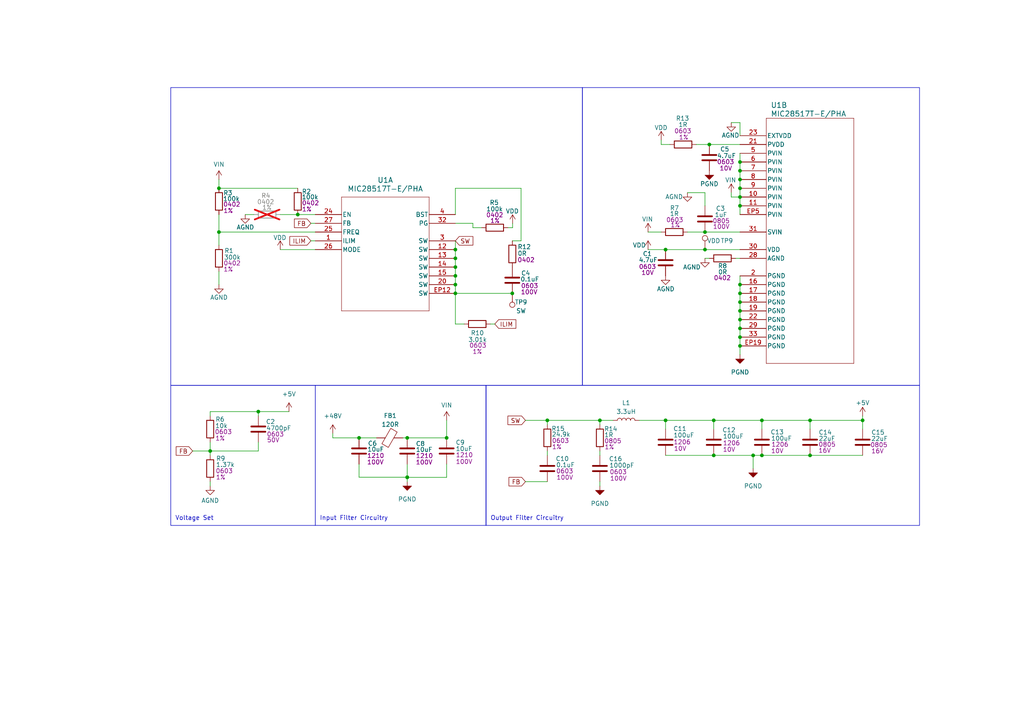
<source format=kicad_sch>
(kicad_sch (version 20230121) (generator eeschema)
  (paper "A4")
  (lib_symbols
    (symbol "Connector:TestPoint" (pin_numbers hide) (pin_names (offset 0.762) hide)
      (property "Reference" "TP" (at 0 6.858 0))
      (property "Value" "TestPoint" (at 0 5.08 0))
      (symbol "TestPoint_0_1"
        (circle (center 0 3.302) (radius 0.762))
      )
      (symbol "TestPoint_1_1"
        (pin passive line (at 0 0 90) (length 2.54) (name "1") (number "1"))
      )
    )
    (symbol "Device:C" (pin_numbers hide) (pin_names (offset 0.254))
      (property "Reference" "C" (at 0.635 2.54 0))
      (property "Value" "C" (at 0.635 -2.54 0))
      (symbol "C_0_1"
        (polyline (pts (xy -2.032 -0.762) (xy 2.032 -0.762)) (stroke (width 0.508)))
        (polyline (pts (xy -2.032 0.762) (xy 2.032 0.762)) (stroke (width 0.508)))
      )
      (symbol "C_1_1"
        (pin passive line (at 0 3.81 270) (length 2.794) (name "~") (number "1"))
        (pin passive line (at 0 -3.81 90) (length 2.794) (name "~") (number "2"))
      )
    )
    (symbol "Device:FerriteBead" (pin_numbers hide) (pin_names (offset 0))
      (property "Reference" "FB" (at -3.81 0.635 90))
      (property "Value" "FerriteBead" (at 3.81 0 90))
      (symbol "FerriteBead_0_1"
        (polyline (pts (xy 0 -1.27) (xy 0 -1.2192)))
        (polyline (pts (xy 0 1.27) (xy 0 1.2954)))
        (polyline (pts (xy -2.7686 0.4064) (xy -1.7018 2.2606) (xy 2.7686 -0.3048) (xy 1.6764 -2.159) (xy -2.7686 0.4064)))
      )
      (symbol "FerriteBead_1_1"
        (pin passive line (at 0 3.81 270) (length 2.54) (name "~") (number "1"))
        (pin passive line (at 0 -3.81 90) (length 2.54) (name "~") (number "2"))
      )
    )
    (symbol "Device:L" (pin_numbers hide) (pin_names (offset 1.016) hide)
      (property "Reference" "L" (at -1.27 0 90))
      (property "Value" "L" (at 1.905 0 90))
      (symbol "L_0_1"
        (arc (start 0 -2.54) (mid 0.6323 -1.905) (end 0 -1.27))
        (arc (start 0 -1.27) (mid 0.6323 -0.635) (end 0 0))
        (arc (start 0 0) (mid 0.6323 0.635) (end 0 1.27))
        (arc (start 0 1.27) (mid 0.6323 1.905) (end 0 2.54))
      )
      (symbol "L_1_1"
        (pin passive line (at 0 3.81 270) (length 1.27) (name "1") (number "1"))
        (pin passive line (at 0 -3.81 90) (length 1.27) (name "2") (number "2"))
      )
    )
    (symbol "Device:R" (pin_numbers hide) (pin_names (offset 0))
      (property "Reference" "R" (at 2.032 0 90))
      (property "Value" "R" (at 0 0 90))
      (symbol "R_0_1"
        (rectangle (start -1.016 -2.54) (end 1.016 2.54) (stroke (width 0.254)))
      )
      (symbol "R_1_1"
        (pin passive line (at 0 3.81 270) (length 1.27) (name "~") (number "1"))
        (pin passive line (at 0 -3.81 90) (length 1.27) (name "~") (number "2"))
      )
    )
    (symbol "MIC28517T-E-PHA:MIC28517T-E_PHA" (pin_names (offset 0.254))
      (property "Reference" "U" (at 20.32 10.16 0))
      (property "Value" "MIC28517T-E/PHA" (at 20.32 7.62 0))
      (symbol "MIC28517T-E_PHA_1_1"
        (polyline (pts (xy 7.62 -27.94) (xy 33.02 -27.94)) (stroke (width 0.127)))
        (polyline (pts (xy 7.62 5.08) (xy 7.62 -27.94)) (stroke (width 0.127)))
        (polyline (pts (xy 33.02 -27.94) (xy 33.02 5.08)) (stroke (width 0.127)))
        (polyline (pts (xy 33.02 5.08) (xy 7.62 5.08)) (stroke (width 0.127)))
        (pin input line (at 0 -7.62 0) (length 7.62) (name "ILIM") (number "1"))
        (pin output line (at 40.64 -10.16 180) (length 7.62) (name "SW") (number "12"))
        (pin output line (at 40.64 -12.7 180) (length 7.62) (name "SW") (number "13"))
        (pin output line (at 40.64 -15.24 180) (length 7.62) (name "SW") (number "14"))
        (pin output line (at 40.64 -17.78 180) (length 7.62) (name "SW") (number "15"))
        (pin output line (at 40.64 -20.32 180) (length 7.62) (name "SW") (number "20"))
        (pin input line (at 0 0 0) (length 7.62) (name "EN") (number "24"))
        (pin input line (at 0 -5.08 0) (length 7.62) (name "FREQ") (number "25"))
        (pin input line (at 0 -10.16 0) (length 7.62) (name "MODE") (number "26"))
        (pin input line (at 0 -2.54 0) (length 7.62) (name "FB") (number "27"))
        (pin output line (at 40.64 -7.62 180) (length 7.62) (name "SW") (number "3"))
        (pin output line (at 40.64 -2.54 180) (length 7.62) (name "PG") (number "32"))
        (pin output line (at 40.64 0 180) (length 7.62) (name "BST") (number "4"))
        (pin output line (at 40.64 -22.86 180) (length 7.62) (name "SW") (number "EP12"))
      )
      (symbol "MIC28517T-E_PHA_2_1"
        (polyline (pts (xy 7.62 -66.04) (xy 33.02 -66.04)) (stroke (width 0.127)))
        (polyline (pts (xy 7.62 5.08) (xy 7.62 -66.04)) (stroke (width 0.127)))
        (polyline (pts (xy 33.02 -66.04) (xy 33.02 5.08)) (stroke (width 0.127)))
        (polyline (pts (xy 33.02 5.08) (xy 7.62 5.08)) (stroke (width 0.127)))
        (pin power_in line (at 0 -17.78 0) (length 7.62) (name "PVIN") (number "10"))
        (pin power_in line (at 0 -20.32 0) (length 7.62) (name "PVIN") (number "11"))
        (pin power_out line (at 0 -43.18 0) (length 7.62) (name "PGND") (number "16"))
        (pin power_out line (at 0 -45.72 0) (length 7.62) (name "PGND") (number "17"))
        (pin power_out line (at 0 -48.26 0) (length 7.62) (name "PGND") (number "18"))
        (pin power_out line (at 0 -50.8 0) (length 7.62) (name "PGND") (number "19"))
        (pin power_out line (at 0 -40.64 0) (length 7.62) (name "PGND") (number "2"))
        (pin power_in line (at 0 -2.54 0) (length 7.62) (name "PVDD") (number "21"))
        (pin power_out line (at 0 -53.34 0) (length 7.62) (name "PGND") (number "22"))
        (pin power_in line (at 0 0 0) (length 7.62) (name "EXTVDD") (number "23"))
        (pin power_out line (at 0 -35.56 0) (length 7.62) (name "AGND") (number "28"))
        (pin power_out line (at 0 -55.88 0) (length 7.62) (name "PGND") (number "29"))
        (pin power_in line (at 0 -33.02 0) (length 7.62) (name "VDD") (number "30"))
        (pin power_in line (at 0 -27.94 0) (length 7.62) (name "SVIN") (number "31"))
        (pin power_out line (at 0 -58.42 0) (length 7.62) (name "PGND") (number "33"))
        (pin power_in line (at 0 -5.08 0) (length 7.62) (name "PVIN") (number "5"))
        (pin power_in line (at 0 -7.62 0) (length 7.62) (name "PVIN") (number "6"))
        (pin power_in line (at 0 -10.16 0) (length 7.62) (name "PVIN") (number "7"))
        (pin power_in line (at 0 -12.7 0) (length 7.62) (name "PVIN") (number "8"))
        (pin power_in line (at 0 -15.24 0) (length 7.62) (name "PVIN") (number "9"))
        (pin power_out line (at 0 -60.96 0) (length 7.62) (name "PGND") (number "EP19"))
        (pin power_in line (at 0 -22.86 0) (length 7.62) (name "PVIN") (number "EP5"))
      )
    )
    (symbol "power:+48V" (power) (pin_names (offset 0))
      (property "Value" "+48V" (at 0 3.556 0))
      (symbol "+48V_0_1"
        (polyline (pts (xy -0.762 1.27) (xy 0 2.54)))
        (polyline (pts (xy 0 0) (xy 0 2.54)))
        (polyline (pts (xy 0 2.54) (xy 0.762 1.27)))
      )
      (symbol "+48V_1_1"
        (pin power_in line (at 0 0 90) (length 0) hide (name "+48V") (number "1"))
      )
    )
    (symbol "power:+5V" (power) (pin_names (offset 0))
      (property "Value" "+5V" (at 0 3.556 0))
      (symbol "+5V_0_1"
        (polyline (pts (xy -0.762 1.27) (xy 0 2.54)))
        (polyline (pts (xy 0 0) (xy 0 2.54)))
        (polyline (pts (xy 0 2.54) (xy 0.762 1.27)))
      )
      (symbol "+5V_1_1"
        (pin power_in line (at 0 0 90) (length 0) hide (name "+5V") (number "1"))
      )
    )
    (symbol "power:GND" (power) (pin_names (offset 0))
      (property "Value" "AGND" (at 0 -4.2048 0))
      (symbol "GND_0_1"
        (polyline (pts (xy 0 0) (xy 0 -1.27) (xy 1.27 -1.27) (xy 0 -2.54) (xy -1.27 -1.27) (xy 0 -1.27)))
      )
      (symbol "GND_1_1"
        (pin power_in line (at 0 0 270) (length 0) hide (name "AGND") (number "1"))
      )
    )
    (symbol "power:GND1" (power) (pin_names (offset 0))
      (property "Value" "PGND" (at 0 -5.08 0))
      (symbol "GND1_1_1"
        (polyline (pts (xy 0 0) (xy 0 -1.27) (xy 1.27 -1.27) (xy 0 -2.54) (xy -1.27 -1.27) (xy 0 -1.27)) (fill (type outline)))
        (pin power_in line (at 0 0 270) (length 0) hide (name "PGND") (number "1"))
      )
    )
    (symbol "power:VCC" (power) (pin_names (offset 0))
      (property "Value" "VIN" (at 0 4.3872 0))
      (symbol "VCC_0_1"
        (polyline (pts (xy -0.762 1.27) (xy 0 2.54)))
        (polyline (pts (xy 0 0) (xy 0 2.54)))
        (polyline (pts (xy 0 2.54) (xy 0.762 1.27)))
      )
      (symbol "VCC_1_1"
        (pin power_in line (at 0 0 90) (length 0) hide (name "VIN") (number "1"))
      )
    )
    (symbol "power:VDD" (power) (pin_names (offset 0))
      (property "Value" "VDD" (at 0 3.81 0))
      (symbol "VDD_0_1"
        (polyline (pts (xy -0.762 1.27) (xy 0 2.54)))
        (polyline (pts (xy 0 0) (xy 0 2.54)))
        (polyline (pts (xy 0 2.54) (xy 0.762 1.27)))
      )
      (symbol "VDD_1_1"
        (pin power_in line (at 0 0 90) (length 0) hide (name "VDD") (number "1"))
      )
    )
  )
  (junction (at 74.93 119.38))
  (junction (at 214.63 90.17))
  (junction (at 207.01 121.92))
  (junction (at 173.99 121.92))
  (junction (at 218.44 132.08))
  (junction (at 207.01 132.08))
  (junction (at 118.11 138.4146))
  (junction (at 118.11 127))
  (junction (at 60.96 130.81))
  (junction (at 148.59 85.09))
  (junction (at 63.5 67.31))
  (junction (at 63.5 54.61))
  (junction (at 132.08 85.09))
  (junction (at 132.08 82.55))
  (junction (at 214.63 57.15))
  (junction (at 220.98 132.08))
  (junction (at 132.08 74.93))
  (junction (at 158.75 121.92))
  (junction (at 204.47 67.31))
  (junction (at 214.63 85.09))
  (junction (at 214.63 46.99))
  (junction (at 132.08 77.47))
  (junction (at 250.19 121.92))
  (junction (at 193.04 121.92))
  (junction (at 214.63 49.53))
  (junction (at 214.63 59.69))
  (junction (at 220.98 121.92))
  (junction (at 214.63 97.79))
  (junction (at 205.74 41.91))
  (junction (at 234.95 132.08))
  (junction (at 118.11 138.4553))
  (junction (at 104.14 127))
  (junction (at 214.63 82.55))
  (junction (at 214.63 52.07))
  (junction (at 129.54 127))
  (junction (at 214.63 95.25))
  (junction (at 214.63 100.33))
  (junction (at 234.95 121.92))
  (junction (at 214.63 92.71))
  (junction (at 132.08 72.39))
  (junction (at 214.63 54.61))
  (junction (at 193.04 72.39))
  (junction (at 204.47 72.39))
  (junction (at 132.08 80.01))
  (junction (at 86.36 62.23))
  (junction (at 214.63 87.63))
  (wire (pts (xy 132.08 85.09) (xy 148.59 85.09)))
  (wire (pts (xy 132.08 74.93) (xy 132.08 77.47)))
  (wire (pts (xy 90.17 64.77) (xy 91.44 64.77)))
  (wire (pts (xy 81.28 62.23) (xy 86.36 62.23)))
  (wire (pts (xy 147.32 66.04) (xy 148.6747 66.04)))
  (wire (pts (xy 218.44 135.89) (xy 218.44 132.08)))
  (wire (pts (xy 193.04 132.08) (xy 207.01 132.08)))
  (wire (pts (xy 151.13 69.85) (xy 148.59 69.85)))
  (wire (pts (xy 214.63 92.71) (xy 214.63 95.25)))
  (wire (pts (xy 74.93 119.38) (xy 83.82 119.38)))
  (wire (pts (xy 132.08 82.55) (xy 132.08 85.09)))
  (wire (pts (xy 132.08 77.47) (xy 132.08 80.01)))
  (wire (pts (xy 60.96 130.81) (xy 74.93 130.81)))
  (wire (pts (xy 118.11 138.4553) (xy 118.11 139.7)))
  (wire (pts (xy 250.19 120.65) (xy 250.19 121.92)))
  (wire (pts (xy 220.98 132.08) (xy 234.95 132.08)))
  (wire (pts (xy 63.5 62.23) (xy 63.5 67.31)))
  (wire (pts (xy 132.08 69.85) (xy 132.08 72.39)))
  (wire (pts (xy 212.09 55.88) (xy 212.09 57.15)))
  (wire (pts (xy 132.08 54.61) (xy 151.13 54.61)))
  (wire (pts (xy 204.47 55.88) (xy 204.47 59.69)))
  (wire (pts (xy 173.99 139.7) (xy 173.99 140.97)))
  (wire (pts (xy 118.11 138.4553) (xy 129.54 138.4553)))
  (wire (pts (xy 104.14 127) (xy 109.22 127)))
  (wire (pts (xy 158.75 130.81) (xy 158.75 132.08)))
  (wire (pts (xy 132.08 80.01) (xy 132.08 82.55)))
  (wire (pts (xy 191.77 40.64) (xy 191.77 41.91)))
  (wire (pts (xy 104.14 138.4146) (xy 118.11 138.4146)))
  (wire (pts (xy 214.63 97.79) (xy 214.63 100.33)))
  (wire (pts (xy 81.28 72.39) (xy 91.44 72.39)))
  (wire (pts (xy 71.12 62.23) (xy 73.66 62.23)))
  (wire (pts (xy 142.24 93.98) (xy 143.51 93.98)))
  (wire (pts (xy 63.5 52.07) (xy 63.5 54.61)))
  (wire (pts (xy 207.01 121.92) (xy 193.04 121.92)))
  (wire (pts (xy 214.63 82.55) (xy 214.63 85.09)))
  (wire (pts (xy 214.63 95.25) (xy 214.63 97.79)))
  (wire (pts (xy 129.54 138.4553) (xy 129.54 134.62)))
  (wire (pts (xy 204.47 74.93) (xy 205.74 74.93)))
  (wire (pts (xy 214.63 100.33) (xy 214.63 102.87)))
  (wire (pts (xy 204.47 72.39) (xy 214.63 72.39)))
  (wire (pts (xy 55.88 130.81) (xy 60.96 130.81)))
  (wire (pts (xy 214.63 80.01) (xy 214.63 82.55)))
  (wire (pts (xy 74.93 128.27) (xy 74.93 130.81)))
  (wire (pts (xy 90.17 69.85) (xy 91.44 69.85)))
  (wire (pts (xy 214.63 52.07) (xy 214.63 54.61)))
  (wire (pts (xy 213.36 74.93) (xy 214.63 74.93)))
  (wire (pts (xy 132.08 72.39) (xy 132.08 74.93)))
  (wire (pts (xy 158.75 121.92) (xy 158.75 123.19)))
  (wire (pts (xy 199.39 67.31) (xy 204.47 67.31)))
  (wire (pts (xy 220.98 124.46) (xy 220.98 121.92)))
  (wire (pts (xy 60.96 128.27) (xy 60.96 130.81)))
  (wire (pts (xy 104.14 138.4146) (xy 104.14 134.62)))
  (wire (pts (xy 187.96 72.39) (xy 193.04 72.39)))
  (wire (pts (xy 132.08 54.61) (xy 132.08 62.23)))
  (wire (pts (xy 250.19 124.46) (xy 250.19 121.92)))
  (wire (pts (xy 96.52 127) (xy 104.14 127)))
  (wire (pts (xy 60.96 119.38) (xy 60.96 120.65)))
  (wire (pts (xy 234.95 121.92) (xy 220.98 121.92)))
  (wire (pts (xy 234.95 124.46) (xy 234.95 121.92)))
  (wire (pts (xy 214.63 49.53) (xy 214.63 52.07)))
  (wire (pts (xy 193.04 72.39) (xy 204.47 72.39)))
  (wire (pts (xy 152.4 139.7) (xy 158.75 139.7)))
  (wire (pts (xy 118.11 138.4146) (xy 118.11 138.4553)))
  (wire (pts (xy 214.63 46.99) (xy 214.63 49.53)))
  (wire (pts (xy 96.52 125.73) (xy 96.52 127)))
  (wire (pts (xy 60.96 139.7) (xy 60.96 140.97)))
  (wire (pts (xy 199.39 55.88) (xy 204.47 55.88)))
  (wire (pts (xy 212.09 35.56) (xy 214.63 35.56)))
  (wire (pts (xy 134.62 93.98) (xy 132.08 93.98)))
  (wire (pts (xy 74.93 120.65) (xy 74.93 119.38)))
  (wire (pts (xy 207.01 124.46) (xy 207.01 121.92)))
  (wire (pts (xy 214.63 57.15) (xy 214.63 59.69)))
  (wire (pts (xy 137.16 66.04) (xy 137.16 64.77)))
  (wire (pts (xy 86.36 62.23) (xy 91.44 62.23)))
  (wire (pts (xy 60.96 130.81) (xy 60.96 132.08)))
  (wire (pts (xy 214.63 35.56) (xy 214.63 39.37)))
  (wire (pts (xy 152.4 121.92) (xy 158.75 121.92)))
  (wire (pts (xy 234.95 132.08) (xy 250.19 132.08)))
  (wire (pts (xy 63.5 54.61) (xy 86.36 54.61)))
  (wire (pts (xy 214.63 59.69) (xy 214.63 62.23)))
  (wire (pts (xy 193.04 121.92) (xy 193.04 124.46)))
  (wire (pts (xy 207.01 132.08) (xy 218.44 132.08)))
  (wire (pts (xy 173.99 123.19) (xy 173.99 121.92)))
  (wire (pts (xy 205.74 41.91) (xy 214.63 41.91)))
  (wire (pts (xy 173.99 121.92) (xy 177.8 121.92)))
  (wire (pts (xy 116.84 127) (xy 118.11 127)))
  (wire (pts (xy 60.96 119.38) (xy 74.93 119.38)))
  (wire (pts (xy 63.5 67.31) (xy 91.44 67.31)))
  (wire (pts (xy 250.19 121.92) (xy 234.95 121.92)))
  (wire (pts (xy 137.16 66.04) (xy 139.7 66.04)))
  (wire (pts (xy 204.47 67.31) (xy 214.63 67.31)))
  (wire (pts (xy 212.09 57.15) (xy 214.63 57.15)))
  (wire (pts (xy 132.08 85.09) (xy 132.08 93.98)))
  (wire (pts (xy 158.75 121.92) (xy 173.99 121.92)))
  (wire (pts (xy 118.11 127) (xy 129.54 127)))
  (wire (pts (xy 132.08 64.77) (xy 137.16 64.77)))
  (wire (pts (xy 63.5 67.31) (xy 63.5 71.12)))
  (wire (pts (xy 214.63 90.17) (xy 214.63 92.71)))
  (wire (pts (xy 118.11 138.4146) (xy 118.11 134.62)))
  (wire (pts (xy 148.6747 66.04) (xy 148.6747 64.8263)))
  (wire (pts (xy 214.63 85.09) (xy 214.63 87.63)))
  (wire (pts (xy 207.01 121.92) (xy 220.98 121.92)))
  (wire (pts (xy 191.77 41.91) (xy 194.31 41.91)))
  (wire (pts (xy 214.63 87.63) (xy 214.63 90.17)))
  (wire (pts (xy 129.54 121.92) (xy 129.54 127)))
  (wire (pts (xy 151.13 54.61) (xy 151.13 69.85)))
  (wire (pts (xy 214.63 44.45) (xy 214.63 46.99)))
  (wire (pts (xy 218.44 132.08) (xy 220.98 132.08)))
  (wire (pts (xy 214.63 54.61) (xy 214.63 57.15)))
  (wire (pts (xy 63.5 78.74) (xy 63.5 82.55)))
  (wire (pts (xy 185.42 121.92) (xy 193.04 121.92)))
  (wire (pts (xy 173.99 130.81) (xy 173.99 132.08)))
  (wire (pts (xy 187.96 67.31) (xy 191.77 67.31)))
  (wire (pts (xy 201.93 41.91) (xy 205.74 41.91)))
  (rectangle (start 49.53 25.4) (end 168.91 111.76))
  (rectangle (start 49.53 111.76) (end 91.44 152.4))
  (rectangle (start 91.44 111.76) (end 140.97 152.4))
  (rectangle (start 140.97 111.76) (end 266.7 152.4))
  (rectangle (start 168.91 25.4) (end 266.7 111.76))
  (text "Output Filter Circuitry" (at 142.24 151.13 0) (effects (font (size 1.27 1.27)) (justify left bottom)))
  (text "Input Filter Circuitry" (at 92.71 151.13 0) (effects (font (size 1.27 1.27)) (justify left bottom)))
  (text "Voltage Set" (at 50.8 151.13 0) (effects (font (size 1.27 1.27)) (justify left bottom)))
  (global_label "FB" (shape input) (at 152.4 139.7 180) (property "Intersheetrefs" "${INTERSHEET_REFS}" (effects hide)))
  (global_label "ILIM" (shape input) (at 143.51 93.98 0) (property "Intersheetrefs" "${INTERSHEET_REFS}" (effects hide)))
  (global_label "ILIM" (shape input) (at 90.17 69.85 180) (property "Intersheetrefs" "${INTERSHEET_REFS}" (effects hide)))
  (global_label "SW" (shape input) (at 152.4 121.92 180) (property "Intersheetrefs" "${INTERSHEET_REFS}" (effects hide)))
  (global_label "FB" (shape input) (at 90.17 64.77 180) (property "Intersheetrefs" "${INTERSHEET_REFS}" (effects hide)))
  (global_label "SW" (shape input) (at 132.08 69.85 0) (property "Intersheetrefs" "${INTERSHEET_REFS}" (effects hide)))
  (global_label "FB" (shape input) (at 55.88 130.81 180) (property "Intersheetrefs" "${INTERSHEET_REFS}" (effects hide)))
  (symbol (lib_id "Connector:TestPoint") (at 148.59 85.09 180) (unit 1)
    (property "Reference" "TP9" (at 151.13 87.63 0))
    (property "Value" "SW" (at 151.13 90.17 0))
    (property "Footprint" "TestPoint:TestPoint_Loop_D2.50mm_Drill1.0mm" (effects hide))
    (property "Package" "N/A" (effects hide))
    (property "Tolerance" "N/A" (effects hide))
    (property "Voltage" "N/A" (effects hide))
    (property "Vendor" "N/A" (effects hide))
    (instances (project "dmxTx" (path "" (reference "TP9") (unit 1)) (path "" (reference "TP1") (unit 1))))
  )
  (symbol (lib_id "Device:C") (at 205.74 45.72 0) (unit 1)
    (property "Reference" "C5" (at 208.8625 43.271 0) (effects (justify left)))
    (property "Value" "4.7uF" (at 207.9704 45.1895 0) (effects (justify left)))
    (property "Footprint" "Capacitor_SMD:C_0603_1608Metric_Pad1.08x0.95mm_HandSolder" (effects hide))
    (property "Package" "0603" (at 210.4503 46.9377 0))
    (property "Tolerance" "N/A" (effects hide))
    (property "Voltage" "10V" (at 210.5316 48.8078 0))
    (property "Vendor" "https://www.digikey.com/en/products/detail/murata-electronics/GRM188C71A475KE11D/4905309?s=N4IgTCBcDaICwE4AMBaAjGhCzpQOQBEQBdAXyA" (effects hide))
  )
  (symbol (lib_id "power:GND") (at 199.39 55.88 0) (unit 1)
    (property "Reference" "#PWR026" (effects hide))
    (property "Value" "AGND" (at 195.5166 57.0741 0))
  )
  (symbol (lib_id "power:GND1") (at 173.99 140.97 0) (unit 1)
    (property "Reference" "#PWR054" (effects hide))
    (property "Value" "PGND" (at 173.99 146.05 0))
  )
  (symbol (lib_id "Device:R") (at 63.5 74.93 0) (unit 1)
    (property "Reference" "R1" (at 65.0653 72.7229 0) (effects (justify left)))
    (property "Value" "300k" (at 64.9389 74.6381 0) (effects (justify left)))
    (property "Footprint" "Resistor_SMD:R_0402_1005Metric_Pad0.72x0.64mm_HandSolder" (effects hide))
    (property "Package" "0402" (at 67.3239 76.3185 0))
    (property "Tolerance" "1%" (at 66.2217 78.0893 0))
    (property "Voltage" "N/A" (effects hide))
    (property "Vendor" "https://www.digikey.com/en/products/detail/panasonic-electronic-components/ERJ-2RKF3003X/1746185?s=N4IgTCBcDaIAoGYAMSDSAZAKgJQLQDkAREAXQF8g" (effects hide))
  )
  (symbol (lib_id "power:GND") (at 60.96 140.97 0) (unit 1)
    (property "Reference" "#PWR019" (effects hide))
    (property "Value" "AGND" (at 60.96 145.1748 0))
  )
  (symbol (lib_id "power:VDD") (at 187.96 72.39 0) (mirror y) (unit 1)
    (property "Reference" "#PWR09" (effects hide))
    (property "Value" "VDD" (at 185.42 71.12 0))
  )
  (symbol (lib_id "Device:R") (at 209.55 74.93 90) (unit 1)
    (property "Reference" "R8" (at 209.5619 77.1239 90))
    (property "Value" "0R" (at 209.6102 78.8921 90))
    (property "Footprint" "Resistor_SMD:R_0402_1005Metric_Pad0.72x0.64mm_HandSolder" (effects hide))
    (property "Voltage" "N/A" (effects hide))
    (property "Package" "0402" (at 209.5077 80.5931 90))
    (property "Tolerance" "N/A" (effects hide))
    (property "Vendor" "https://www.digikey.com/en/products/detail/panasonic-electronic-components/ERJ-2GE0R00X/146727?s=N4IgTCBcDaIAoAYB0CBSBhAKgWgHIBEQBdAXyA" (effects hide))
  )
  (symbol (lib_id "power:+48V") (at 96.52 125.73 0) (mirror y) (unit 1)
    (property "Reference" "#PWR050" (effects hide))
    (property "Value" "+48V" (at 96.52 120.65 0))
  )
  (symbol (lib_id "Device:R") (at 86.36 58.42 0) (unit 1)
    (property "Reference" "R2" (at 87.534 55.5576 0) (effects (justify left)))
    (property "Value" "100k" (at 87.4922 57.1505 0) (effects (justify left)))
    (property "Footprint" "Resistor_SMD:R_0402_1005Metric_Pad0.72x0.64mm_HandSolder" (effects hide))
    (property "Package" "0402" (at 90.0579 58.867 0))
    (property "Tolerance" "1%" (at 88.9919 60.6739 0))
    (property "Voltage" "N/A" (effects hide))
    (property "Vendor" "https://www.digikey.com/en/products/detail/koa-speer-electronics-inc/RK73H1ETTP1003F/9844156?s=N4IgTCBcDaIGxwAwFoBKBpA7AZgBIEYBRAFWIAV9FFsAxEAXQF8g" (effects hide))
  )
  (symbol (lib_id "power:+5V") (at 250.19 120.65 0) (unit 1)
    (property "Reference" "#PWR057" (effects hide))
    (property "Value" "+5V" (at 250.19 116.84 0))
  )
  (symbol (lib_id "power:GND1") (at 214.63 102.87 0) (unit 1)
    (property "Reference" "#PWR010" (effects hide))
    (property "Value" "PGND" (at 214.63 107.95 0))
  )
  (symbol (lib_id "Device:C") (at 220.98 128.27 0) (unit 1)
    (property "Reference" "C13" (at 223.4628 125.3238 0) (effects (justify left)))
    (property "Value" "100uF" (at 223.6255 127.1533 0) (effects (justify left)))
    (property "Footprint" "Capacitor_SMD:C_1206_3216Metric_Pad1.33x1.80mm_HandSolder" (effects hide))
    (property "Package" "1206" (at 226.2273 128.9015 0))
    (property "Tolerance" "N/A" (effects hide))
    (property "Voltage" "10V" (at 225.4549 130.7716 0))
    (property "Vendor" "https://www.digikey.com/en/products/detail/samsung-electro-mechanics/CL31A107MQHNNNE/3889868" (effects hide))
  )
  (symbol (lib_id "Device:C") (at 129.54 130.81 0) (unit 1)
    (property "Reference" "C9" (at 132.1323 128.3323 0) (effects (justify left)))
    (property "Value" "10uF" (at 132.1323 130.1617 0) (effects (justify left)))
    (property "Footprint" "Capacitor_SMD:C_1210_3225Metric_Pad1.33x2.70mm_HandSolder" (effects hide))
    (property "Package" "1210" (at 134.6935 131.9505 0))
    (property "Tolerance" "N/A" (effects hide))
    (property "Voltage" "100V" (at 134.6122 133.902 0))
    (property "Vendor" "https://www.digikey.com/en/products/detail/murata-electronics/GRM32EC72A106KE05L/7319245?s=N4IgTCBcDaICwE4AMBaAjANjBj6UDkAREAXQF8g" (effects hide))
  )
  (symbol (lib_id "Device:R") (at 148.59 73.66 180) (unit 1)
    (property "Reference" "R12" (at 150.1099 71.596 0) (effects (justify right)))
    (property "Value" "0R" (at 150.1099 73.5067 0) (effects (justify right)))
    (property "Footprint" "Resistor_SMD:R_0402_1005Metric_Pad0.72x0.64mm_HandSolder" (effects hide))
    (property "Voltage" "N/A" (effects hide))
    (property "Package" "0402" (at 152.5898 75.3768 0))
    (property "Tolerance" "N/A" (effects hide))
    (property "Vendor" "https://www.digikey.com/en/products/detail/panasonic-electronic-components/ERJ-2GE0R00X/146727?s=N4IgTCBcDaIAoAYB0CBSBhAKgWgHIBEQBdAXyA" (effects hide))
  )
  (symbol (lib_id "Device:C") (at 173.99 135.89 0) (unit 1)
    (property "Reference" "C16" (at 176.5918 133.0949 0) (effects (justify left)))
    (property "Value" "1000pF" (at 176.7138 134.965 0) (effects (justify left)))
    (property "Footprint" "Capacitor_SMD:C_0603_1608Metric_Pad1.08x0.95mm_HandSolder" (effects hide))
    (property "Package" "0603" (at 179.3157 136.8758 0))
    (property "Tolerance" "N/A" (effects hide))
    (property "Voltage" "100V" (at 179.3563 138.7459 0))
    (property "Vendor" "https://www.digikey.com/en/products/detail/w%C3%BCrth-elektronik/885012206120/11479578?s=N4IgTCBcDaIOwGYwFoAcqCsAGAjGMWAbHlgCoBKyAcgCIgC6AvkA" (effects hide))
  )
  (symbol (lib_id "MIC28517T-E-PHA:MIC28517T-E_PHA") (at 214.63 39.37 0) (unit 2)
    (property "Reference" "U1" (at 223.52 30.48 0) (effects (font (size 1.524 1.524)) (justify left)))
    (property "Value" "MIC28517T-E/PHA" (at 223.52 33.02 0) (effects (font (size 1.524 1.524)) (justify left)))
    (property "Footprint" "VQFN32_6X6_3EP_PHA_MCH" (effects hide))
    (property "Datasheet" "MIC28517T-E/PHA" (effects hide))
    (property "Package" "N/A" (effects hide))
    (property "Tolerance" "N/A" (effects hide))
    (property "Voltage" "N/A" (effects hide))
    (property "Vendor" "https://www.microchip.com/en-us/product/mic28517" (effects hide))
  )
  (symbol (lib_id "Device:R") (at 198.12 41.91 90) (unit 1)
    (property "Reference" "R13" (at 197.9695 34.3347 90))
    (property "Value" "1R" (at 198.0914 36.1642 90))
    (property "Footprint" "Resistor_SMD:R_0603_1608Metric_Pad0.98x0.95mm_HandSolder" (effects hide))
    (property "Package" "0603" (at 198.0508 37.9936 90))
    (property "Tolerance" "1%" (at 198.2947 39.8231 90))
    (property "Voltage" "N/A" (effects hide))
    (property "Vendor" "https://www.digikey.com/en/products/detail/stackpole-electronics-inc/RNCP0603FTD1R00/2240072?s=N4IgTCBcDaIEoDkDCAFADANjQZgGIBUARARjjTSXwFoFCQBdAXyA" (effects hide))
  )
  (symbol (lib_id "power:GND1") (at 118.11 139.7 0) (unit 1)
    (property "Reference" "#PWR049" (effects hide))
    (property "Value" "PGND" (at 118.11 144.78 0))
  )
  (symbol (lib_id "Device:C") (at 148.59 81.28 0) (unit 1)
    (property "Reference" "C4" (at 151.1263 79.2391 0) (effects (justify left)))
    (property "Value" "0.1uF" (at 150.923 80.9872 0) (effects (justify left)))
    (property "Footprint" "Capacitor_SMD:C_0603_1608Metric_Pad1.08x0.95mm_HandSolder" (effects hide))
    (property "Package" "0603" (at 153.6062 82.898 0))
    (property "Tolerance" "N/A" (effects hide))
    (property "Voltage" "100V" (at 153.4842 84.6868 0))
    (property "Vendor" "https://www.digikey.com/en/products/detail/w%C3%BCrth-elektronik/885012206120/11479578?s=N4IgTCBcDaIOwGYwFoAcqCsAGAjGMWAbHlgCoBKyAcgCIgC6AvkA" (effects hide))
  )
  (symbol (lib_id "Device:C") (at 204.47 63.5 180) (unit 1)
    (property "Reference" "C3" (at 210.3148 60.4621 0) (effects (justify left)))
    (property "Value" "1uF" (at 210.9382 62.3051 0) (effects (justify left)))
    (property "Footprint" "Capacitor_SMD:C_0805_2012Metric_Pad1.18x1.45mm_HandSolder" (effects hide))
    (property "Package" "0805" (at 209.1765 64.0668 0))
    (property "Tolerance" "N/A" (effects hide))
    (property "Voltage" "100V" (at 209.2036 65.7201 0))
    (property "Vendor" "https://www.digikey.com/en/products/detail/murata-electronics/GCM21BC72A105KE36L/6606065?s=N4IgTCBcDaICwE4AMBaAjHOBmAbCsKAcgCIgC6AvkA" (effects hide))
  )
  (symbol (lib_id "Device:L") (at 181.61 121.92 90) (unit 1)
    (property "Reference" "L1" (at 181.61 116.84 90))
    (property "Value" "3.3uH" (at 181.61 119.38 90))
    (property "Footprint" "XGL6060:XGL6060" (effects hide))
    (property "Vendor" "https://www.digikey.com/en/products/detail/coilcraft/XGL6060-332MEC/15794210?s=N4IgTCBcDaIBoHEAyA2ADOgtAZmxAugL5A" (effects hide))
    (property "Package" "Misc" (effects hide))
    (property "Tolerance" "N/A" (effects hide))
    (property "Voltage" "N/A" (effects hide))
  )
  (symbol (lib_id "Device:C") (at 118.11 130.81 0) (unit 1)
    (property "Reference" "C8" (at 120.5864 128.6982 0) (effects (justify left)))
    (property "Value" "10uF" (at 120.5864 130.4057 0) (effects (justify left)))
    (property "Footprint" "Capacitor_SMD:C_1210_3225Metric_Pad1.33x2.70mm_HandSolder" (effects hide))
    (property "Package" "1210" (at 123.1069 132.1945 0))
    (property "Tolerance" "N/A" (effects hide))
    (property "Voltage" "100V" (at 123.0256 134.0646 0))
    (property "Vendor" "https://www.digikey.com/en/products/detail/murata-electronics/GRM32EC72A106KE05L/7319245?s=N4IgTCBcDaICwE4AMBaAjANjBj6UDkAREAXQF8g" (effects hide))
  )
  (symbol (lib_id "Connector:TestPoint") (at 204.47 72.39 0) (unit 1)
    (property "Reference" "TP9" (at 210.82 69.85 0))
    (property "Value" "VDD" (at 207.01 69.85 0))
    (property "Footprint" "TestPoint:TestPoint_Loop_D2.50mm_Drill1.0mm" (effects hide))
    (property "Package" "N/A" (effects hide))
    (property "Tolerance" "N/A" (effects hide))
    (property "Voltage" "N/A" (effects hide))
    (property "Vendor" "N/A" (effects hide))
    (instances (project "dmxTx" (path "" (reference "TP9") (unit 1)) (path "" (reference "TP2") (unit 1))))
  )
  (symbol (lib_id "Device:R") (at 60.96 124.46 180) (unit 1)
    (property "Reference" "R6" (at 62.4707 121.6243 0) (effects (justify right)))
    (property "Value" "10k" (at 62.3894 123.4944 0) (effects (justify right)))
    (property "Footprint" "Resistor_SMD:R_0603_1608Metric_Pad0.98x0.95mm_HandSolder" (effects hide))
    (property "Package" "0603" (at 64.788 125.2426 0))
    (property "Tolerance" "1%" (at 63.8529 127.1127 0))
    (property "Voltage" "N/A" (effects hide))
    (property "Vendor" "https://www.digikey.com/en/products/detail/yageo/AC0603FR-1010KL/13694182?s=N4IgTCBcDaIIIGEAMA2JBmAYgJQLQEYlCBpAGQAIBPAQwHMBTAexAF0BfIA" (effects hide))
  )
  (symbol (lib_id "power:VCC") (at 63.5 52.07 0) (unit 1)
    (property "Reference" "#PWR03" (effects hide))
    (property "Value" "VIN" (at 63.5 47.6828 0))
  )
  (symbol (lib_id "power:GND") (at 212.09 35.56 0) (unit 1)
    (property "Reference" "#PWR05" (effects hide))
    (property "Value" "AGND" (at 211.8733 39.2539 0))
  )
  (symbol (lib_id "Device:C") (at 193.04 76.2 0) (unit 1)
    (property "Reference" "C1" (at 186.4099 73.6069 0) (effects (justify left)))
    (property "Value" "4.7uF" (at 185.2445 75.3957 0) (effects (justify left)))
    (property "Footprint" "Capacitor_SMD:C_0603_1608Metric_Pad1.08x0.95mm_HandSolder" (effects hide))
    (property "Package" "0603" (at 187.7922 77.3472 0))
    (property "Tolerance" "N/A" (effects hide))
    (property "Voltage" "10V" (at 187.8464 79.0818 0))
    (property "Vendor" "https://www.digikey.com/en/products/detail/murata-electronics/GRM188C71A475KE11D/4905309?s=N4IgTCBcDaICwE4AMBaAjGhCzpQOQBEQBdAXyA" (effects hide))
  )
  (symbol (lib_id "Device:C") (at 193.04 128.27 0) (unit 1)
    (property "Reference" "C11" (at 195.2485 124.3481 0) (effects (justify left)))
    (property "Value" "100uF" (at 195.2892 126.2182 0) (effects (justify left)))
    (property "Footprint" "Capacitor_SMD:C_1206_3216Metric_Pad1.33x1.80mm_HandSolder" (effects hide))
    (property "Package" "1206" (at 197.8504 128.2103 0))
    (property "Tolerance" "N/A" (effects hide))
    (property "Voltage" "10V" (at 197.2813 130.0804 0))
    (property "Vendor" "https://www.digikey.com/en/products/detail/samsung-electro-mechanics/CL31A107MQHNNNE/3889868" (effects hide))
  )
  (symbol (lib_id "Device:C") (at 104.14 130.81 0) (unit 1)
    (property "Reference" "C6" (at 106.6826 128.6169 0) (effects (justify left)))
    (property "Value" "10uF" (at 106.5199 130.3244 0) (effects (justify left)))
    (property "Footprint" "Capacitor_SMD:C_1210_3225Metric_Pad1.33x2.70mm_HandSolder" (effects hide))
    (property "Package" "1210" (at 108.9591 132.1538 0))
    (property "Tolerance" "N/A" (effects hide))
    (property "Voltage" "100V" (at 108.8778 134.0239 0))
    (property "Vendor" "https://www.digikey.com/en/products/detail/murata-electronics/GRM32EC72A106KE05L/7319245?s=N4IgTCBcDaICwE4AMBaAjANjBj6UDkAREAXQF8g" (effects hide))
  )
  (symbol (lib_id "power:GND1") (at 218.44 135.89 0) (unit 1)
    (property "Reference" "#PWR055" (effects hide))
    (property "Value" "PGND" (at 218.44 140.97 0))
  )
  (symbol (lib_id "Device:R") (at 138.43 93.98 90) (unit 1)
    (property "Reference" "R10" (at 138.4706 96.574 90))
    (property "Value" "3.01k" (at 138.5233 98.5093 90))
    (property "Footprint" "Resistor_SMD:R_0603_1608Metric_Pad0.98x0.95mm_HandSolder" (effects hide))
    (property "Voltage" "N/A" (effects hide))
    (property "Package" "0603" (at 138.6046 100.1762 90))
    (property "Tolerance" "1%" (at 138.442 101.965 90))
    (property "Vendor" "https://www.digikey.com/en/products/detail/yageo/RC0603FR-073K01L/727121?s=N4IgTCBcDaIMwEYEFo4DoAMCDSAJASgCr7IByAIiALoC%2BQA" (effects hide))
  )
  (symbol (lib_id "Device:R") (at 60.96 135.89 180) (unit 1)
    (property "Reference" "R9" (at 62.6604 132.9805 0) (effects (justify right)))
    (property "Value" "1.37k" (at 62.6062 134.7693 0) (effects (justify right)))
    (property "Footprint" "Resistor_SMD:R_0603_1608Metric_Pad0.98x0.95mm_HandSolder" (effects hide))
    (property "Voltage" "N/A" (effects hide))
    (property "Package" "0603" (at 65.0455 136.5852 0))
    (property "Tolerance" "1%" (at 64.0156 138.4011 0))
    (property "Vendor" "https://www.digikey.com/en/products/detail/yageo/RC0603FR-071K37L/726860?s=N4IgTCBcDaIMwEYEFoEDo4HYDSAJASgMIAqyAcgCIgC6AvkA" (effects hide))
  )
  (symbol (lib_id "power:VCC") (at 212.09 55.88 0) (unit 1)
    (property "Reference" "#PWR047" (effects hide))
    (property "Value" "VIN" (at 211.9139 52.2228 0))
  )
  (symbol (lib_id "power:GND1") (at 205.74 49.53 0) (unit 1)
    (property "Reference" "#PWR011" (effects hide))
    (property "Value" "PGND" (at 205.74 53.34 0))
  )
  (symbol (lib_id "Device:R") (at 158.75 127 180) (unit 1)
    (property "Reference" "R15" (at 161.8748 124.3135 0))
    (property "Value" "24.9k" (at 162.7286 125.9804 0))
    (property "Footprint" "Resistor_SMD:R_0603_1608Metric_Pad0.98x0.95mm_HandSolder" (effects hide))
    (property "Voltage" "N/A" (effects hide))
    (property "Package" "0603" (at 162.566 127.8098 0))
    (property "Tolerance" "1%" (at 161.509 129.5986 0))
    (property "Vendor" "https://www.digikey.com/en/products/detail/yageo/RC0603FR-0724K9L/727080?s=N4IgTCBcDaIMwEYEFowBYB0BOA0gCQCUBhAFWQDkAREAXQF8g" (effects hide))
  )
  (symbol (lib_id "power:VDD") (at 148.6747 64.8263 0) (mirror y) (unit 1)
    (property "Reference" "#PWR024" (effects hide))
    (property "Value" "VDD" (at 148.5822 61.2487 0))
  )
  (symbol (lib_id "power:+5V") (at 83.82 119.38 0) (unit 1)
    (property "Reference" "#PWR018" (effects hide))
    (property "Value" "+5V" (at 83.82 114.3 0))
  )
  (symbol (lib_id "power:GND") (at 63.5 82.55 0) (unit 1)
    (property "Reference" "#PWR02" (effects hide))
    (property "Value" "AGND" (at 63.5145 86.2604 0))
  )
  (symbol (lib_id "Device:R") (at 173.99 127 180) (unit 1)
    (property "Reference" "R14" (at 177.161 124.3949 0))
    (property "Value" "1R" (at 176.5918 126.143 0))
    (property "Footprint" "Resistor_SMD:R_0805_2012Metric_Pad1.20x1.40mm_HandSolder" (effects hide))
    (property "Package" "0805" (at 177.7708 127.8912 0))
    (property "Tolerance" "1%" (at 176.7544 129.6393 0))
    (property "Voltage" "N/A" (effects hide))
    (property "Vendor" "https://www.digikey.com/en/products/detail/stackpole-electronics-inc/RMCF0805FT1R00/1760547?s=N4IgTCBcDaIEoFkDCAxADADjQVhQFQEY400k8BaAOQBEQBdAXyA" (effects hide))
  )
  (symbol (lib_id "Device:C") (at 158.75 135.89 0) (unit 1)
    (property "Reference" "C10" (at 161.1431 133.0543 0) (effects (justify left)))
    (property "Value" "0.1uF" (at 161.2651 134.8431 0) (effects (justify left)))
    (property "Footprint" "Capacitor_SMD:C_0603_1608Metric_Pad1.08x0.95mm_HandSolder" (effects hide))
    (property "Package" "0603" (at 163.7856 136.6319 0))
    (property "Tolerance" "N/A" (effects hide))
    (property "Voltage" "100V" (at 163.8263 138.4614 0))
    (property "Vendor" "https://www.digikey.com/en/products/detail/w%C3%BCrth-elektronik/885012206120/11479578?s=N4IgTCBcDaIOwGYwFoAcqCsAGAjGMWAbHlgCoBKyAcgCIgC6AvkA" (effects hide))
  )
  (symbol (lib_id "power:VCC") (at 187.96 67.31 0) (unit 1)
    (property "Reference" "#PWR025" (effects hide))
    (property "Value" "VIN" (at 187.7922 63.5789 0))
  )
  (symbol (lib_id "power:GND") (at 193.04 80.01 0) (unit 1)
    (property "Reference" "#PWR021" (effects hide))
    (property "Value" "AGND" (at 193.0908 83.8113 0))
  )
  (symbol (lib_id "Device:C") (at 207.01 128.27 0) (unit 1)
    (property "Reference" "C12" (at 209.4776 124.714 0) (effects (justify left)))
    (property "Value" "100uF" (at 209.6403 126.5435 0) (effects (justify left)))
    (property "Footprint" "Capacitor_SMD:C_1206_3216Metric_Pad1.33x1.80mm_HandSolder" (effects hide))
    (property "Package" "1206" (at 212.1609 128.4949 0))
    (property "Tolerance" "N/A" (effects hide))
    (property "Voltage" "10V" (at 211.4697 130.365 0))
    (property "Vendor" "https://www.digikey.com/en/products/detail/samsung-electro-mechanics/CL31A107MQHNNNE/3889868" (effects hide))
  )
  (symbol (lib_id "power:GND") (at 71.12 62.23 0) (unit 1)
    (property "Reference" "#PWR056" (effects hide))
    (property "Value" "AGND" (at 71.158 65.91 0))
  )
  (symbol (lib_id "power:VDD") (at 81.28 72.39 0) (mirror y) (unit 1)
    (property "Reference" "#PWR020" (effects hide))
    (property "Value" "VDD" (at 81.1732 68.9414 0))
  )
  (symbol (lib_id "Device:C") (at 234.95 128.27 0) (unit 1)
    (property "Reference" "C14" (at 237.4074 125.4052 0) (effects (justify left)))
    (property "Value" "22uF" (at 237.4074 127.194 0) (effects (justify left)))
    (property "Footprint" "Capacitor_SMD:C_0805_2012Metric_Pad1.18x1.45mm_HandSolder" (effects hide))
    (property "Package" "0805" (at 239.8873 128.9015 0))
    (property "Tolerance" "N/A" (effects hide))
    (property "Voltage" "16V" (at 239.1962 130.6496 0))
    (property "Vendor" "https://www.digikey.com/en/products/detail/murata-electronics/GRM21BC81C226ME44L/4905510?s=N4IgTCBcDaIBwEYC0BxASgWTAgQgYUTzDADYMBRAFgBkQBdAXyA" (effects hide))
  )
  (symbol (lib_id "Device:R") (at 195.58 67.31 90) (unit 1)
    (property "Reference" "R7" (at 195.6342 60.3327 90))
    (property "Value" "1R" (at 195.5979 61.9798 90))
    (property "Footprint" "Resistor_SMD:R_0603_1608Metric_Pad0.98x0.95mm_HandSolder" (effects hide))
    (property "Package" "0603" (at 195.7063 63.7686 90))
    (property "Tolerance" "1%" (at 195.8689 65.2592 90))
    (property "Voltage" "N/A" (effects hide))
    (property "Vendor" "https://www.digikey.com/en/products/detail/stackpole-electronics-inc/RNCP0603FTD1R00/2240072?s=N4IgTCBcDaIEoDkDCAFADANjQZgGIBUARARjjTSXwFoFCQBdAXyA" (effects hide))
  )
  (symbol (lib_id "power:VDD") (at 191.77 40.64 0) (mirror y) (unit 1)
    (property "Reference" "#PWR023" (effects hide))
    (property "Value" "VDD" (at 191.7221 37.0484 0))
  )
  (symbol (lib_id "Device:C") (at 250.19 128.27 0) (unit 1)
    (property "Reference" "C15" (at 252.6935 125.4052 0) (effects (justify left)))
    (property "Value" "22uF" (at 252.6528 127.2346 0) (effects (justify left)))
    (property "Footprint" "Capacitor_SMD:C_0805_2012Metric_Pad1.18x1.45mm_HandSolder" (effects hide))
    (property "Package" "0805" (at 254.9295 129.0234 0))
    (property "Tolerance" "N/A" (effects hide))
    (property "Voltage" "16V" (at 254.523 130.8122 0))
    (property "Vendor" "https://www.digikey.com/en/products/detail/murata-electronics/GRM21BC81C226ME44L/4905510?s=N4IgTCBcDaIBwEYC0BxASgWTAgQgYUTzDADYMBRAFgBkQBdAXyA" (effects hide))
  )
  (symbol (lib_id "Device:R") (at 77.47 62.23 90) (unit 1) (dnp yes)
    (property "Reference" "R4" (at 78.4575 56.7399 90) (effects (justify left)))
    (property "Value" "0R" (effects hide))
    (property "Footprint" "Resistor_SMD:R_0402_1005Metric_Pad0.72x0.64mm_HandSolder" (effects hide))
    (property "Package" "0402" (at 77.06 58.546 90))
    (property "Tolerance" "1%" (at 77.447 60.1801 90))
    (property "Voltage" "N/A" (effects hide))
    (property "Vendor" "https://www.digikey.com/en/products/detail/koa-speer-electronics-inc/RK73H1ETTP1003F/9844156?s=N4IgTCBcDaIGxwAwFoBKBpA7AZgBIEYBRAFWIAV9FFsAxEAXQF8g" (effects hide))
  )
  (symbol (lib_id "power:VCC") (at 129.54 121.92 0) (unit 1)
    (property "Reference" "#PWR048" (effects hide))
    (property "Value" "VIN" (at 129.54 117.5328 0))
  )
  (symbol (lib_id "Device:R") (at 143.51 66.04 90) (unit 1)
    (property "Reference" "R5" (at 143.3579 58.7566 90))
    (property "Value" "100k" (at 143.4512 60.6306 90))
    (property "Footprint" "Resistor_SMD:R_0402_1005Metric_Pad0.72x0.64mm_HandSolder" (effects hide))
    (property "Package" "0402" (at 143.4919 62.3381 90))
    (property "Tolerance" "1%" (at 143.5732 64.005 90))
    (property "Voltage" "N/A" (effects hide))
    (property "Vendor" "https://www.digikey.com/en/products/detail/koa-speer-electronics-inc/RK73H1ETTP1003F/9844156?s=N4IgTCBcDaIGxwAwFoBKBpA7AZgBIEYBRAFWIAV9FFsAxEAXQF8g" (effects hide))
  )
  (symbol (lib_id "Device:R") (at 63.5 58.42 0) (unit 1)
    (property "Reference" "R3" (at 64.7491 55.9732 0) (effects (justify left)))
    (property "Value" "100k" (at 64.6588 57.6535 0) (effects (justify left)))
    (property "Footprint" "Resistor_SMD:R_0402_1005Metric_Pad0.72x0.64mm_HandSolder" (effects hide))
    (property "Package" "0402" (at 67.2426 59.2617 0))
    (property "Tolerance" "1%" (at 66.2127 61.1047 0))
    (property "Voltage" "N/A" (effects hide))
    (property "Vendor" "https://www.digikey.com/en/products/detail/koa-speer-electronics-inc/RK73H1ETTP1003F/9844156?s=N4IgTCBcDaIGxwAwFoBKBpA7AZgBIEYBRAFWIAV9FFsAxEAXQF8g" (effects hide))
  )
  (symbol (lib_id "MIC28517T-E-PHA:MIC28517T-E_PHA") (at 91.44 62.23 0) (unit 1)
    (property "Reference" "U1" (at 111.76 52.2259 0) (effects (font (size 1.524 1.524))))
    (property "Value" "MIC28517T-E/PHA" (at 111.76 54.7659 0) (effects (font (size 1.524 1.524))))
    (property "Footprint" "VQFN32_6X6_3EP_PHA_MCH" (effects hide))
    (property "Datasheet" "MIC28517T-E/PHA" (effects hide))
    (property "Package" "N/A" (effects hide))
    (property "Tolerance" "N/A" (effects hide))
    (property "Voltage" "N/A" (effects hide))
    (property "Vendor" "https://www.microchip.com/en-us/product/mic28517" (effects hide))
  )
  (symbol (lib_id "power:GND") (at 204.47 74.93 0) (unit 1)
    (property "Reference" "#PWR012" (effects hide))
    (property "Value" "AGND" (at 200.66 77.47 0))
  )
  (symbol (lib_id "Device:FerriteBead") (at 113.03 127 90) (unit 1)
    (property "Reference" "FB1" (at 113.1872 120.5682 90))
    (property "Value" "120R" (at 113.1872 123.1082 90))
    (property "Footprint" "Resistor_SMD:R_0805_2012Metric_Pad1.20x1.40mm_HandSolder" (effects hide))
    (property "Vendor" "https://www.digikey.com/en/products/detail/vishay-dale/ILHB0805ER121V/5168396" (effects hide))
    (property "Package" "0805" (effects hide))
    (property "Tolerance" "N/A" (effects hide))
    (property "Voltage" "N/A" (effects hide))
  )
  (symbol (lib_id "Device:C") (at 74.93 124.46 0) (unit 1)
    (property "Reference" "C2" (at 77.1063 122.3154 0) (effects (justify left)))
    (property "Value" "4700pF" (at 77.1877 124.1855 0) (effects (justify left)))
    (property "Footprint" "Capacitor_SMD:C_0603_1608Metric_Pad1.08x0.95mm_HandSolder" (effects hide))
    (property "Package" "0603" (at 79.8709 125.9337 0))
    (property "Tolerance" "N/A" (effects hide))
    (property "Voltage" "50V" (at 79.2475 127.6141 0))
    (property "Vendor" "https://www.digikey.com/en/products/detail/kemet/C0603C472K5RACAUTO/3314891?s=N4IgTCBcDaIMwE4EFoBsAOBrkEZkDkAREAXQF8g" (effects hide))
  )
)
</source>
